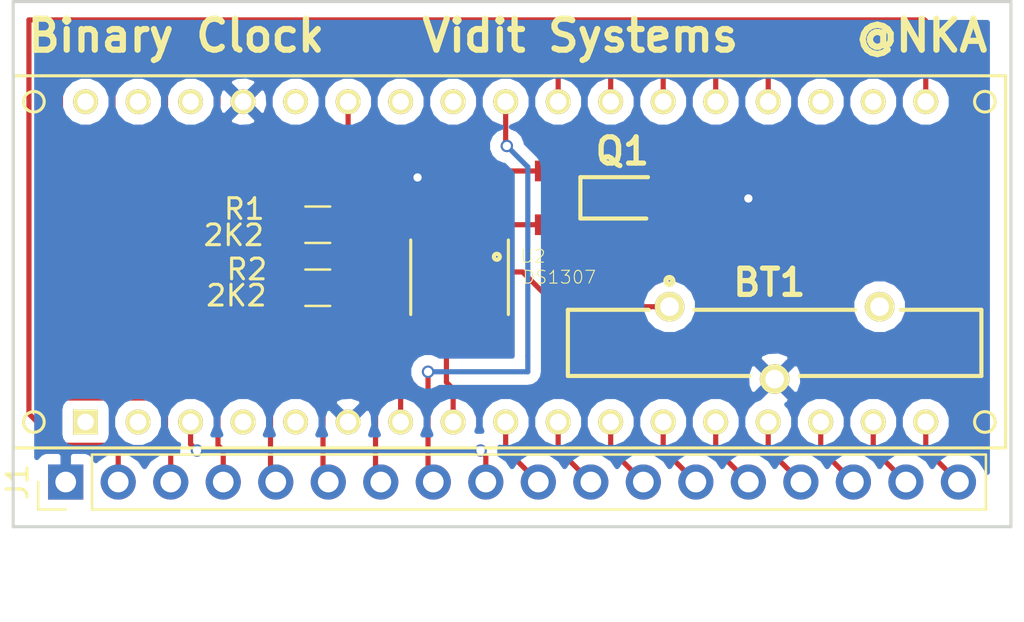
<source format=kicad_pcb>
(kicad_pcb (version 4) (host pcbnew 4.0.7)

  (general
    (links 34)
    (no_connects 2)
    (area 139.443 81.839999 189.333 111.998858)
    (thickness 1.6)
    (drawings 7)
    (tracks 133)
    (zones 0)
    (modules 7)
    (nets 37)
  )

  (page A4)
  (layers
    (0 F.Cu signal)
    (31 B.Cu signal)
    (32 B.Adhes user hide)
    (33 F.Adhes user hide)
    (34 B.Paste user hide)
    (35 F.Paste user hide)
    (36 B.SilkS user hide)
    (37 F.SilkS user)
    (38 B.Mask user hide)
    (39 F.Mask user hide)
    (40 Dwgs.User user)
    (41 Cmts.User user)
    (42 Eco1.User user)
    (43 Eco2.User user)
    (44 Edge.Cuts user)
    (45 Margin user)
    (46 B.CrtYd user)
    (47 F.CrtYd user)
    (48 B.Fab user)
    (49 F.Fab user)
  )

  (setup
    (last_trace_width 0.25)
    (trace_clearance 0.2)
    (zone_clearance 0.508)
    (zone_45_only no)
    (trace_min 0.2)
    (segment_width 0.2)
    (edge_width 0.15)
    (via_size 0.6)
    (via_drill 0.4)
    (via_min_size 0.4)
    (via_min_drill 0.3)
    (uvia_size 0.3)
    (uvia_drill 0.1)
    (uvias_allowed no)
    (uvia_min_size 0.2)
    (uvia_min_drill 0.1)
    (pcb_text_width 0.3)
    (pcb_text_size 1.5 1.5)
    (mod_edge_width 0.15)
    (mod_text_size 1 1)
    (mod_text_width 0.15)
    (pad_size 1.7 1.7)
    (pad_drill 1)
    (pad_to_mask_clearance 0.2)
    (aux_axis_origin 0 0)
    (visible_elements 7FFFFFFF)
    (pcbplotparams
      (layerselection 0x00030_80000001)
      (usegerberextensions false)
      (excludeedgelayer true)
      (linewidth 0.100000)
      (plotframeref false)
      (viasonmask false)
      (mode 1)
      (useauxorigin false)
      (hpglpennumber 1)
      (hpglpenspeed 20)
      (hpglpendiameter 15)
      (hpglpenoverlay 2)
      (psnegative false)
      (psa4output false)
      (plotreference true)
      (plotvalue true)
      (plotinvisibletext false)
      (padsonsilk false)
      (subtractmaskfromsilk false)
      (outputformat 1)
      (mirror false)
      (drillshape 1)
      (scaleselection 1)
      (outputdirectory ""))
  )

  (net 0 "")
  (net 1 "Net-(Q1-Pad2)")
  (net 2 "Net-(R1-Pad1)")
  (net 3 "Net-(R1-Pad2)")
  (net 4 "Net-(R2-Pad2)")
  (net 5 "Net-(U1-PadSCK)")
  (net 6 "Net-(U1-PadMI)")
  (net 7 "Net-(U1-PadVI)")
  (net 8 "Net-(U1-PadRST)")
  (net 9 "Net-(U1-PadAREF)")
  (net 10 "Net-(U1-Pad3.3V)")
  (net 11 "Net-(U1-PadMO)")
  (net 12 "Net-(U1-PadSS)")
  (net 13 "Net-(U1-PadRX)")
  (net 14 "Net-(U2-Pad7)")
  (net 15 "Net-(Q1-Pad3)")
  (net 16 "Net-(BT1-Pad1)")
  (net 17 "Net-(BT1-Pad3)")
  (net 18 GND)
  (net 19 "Net-(J1-Pad7)")
  (net 20 "Net-(J1-Pad8)")
  (net 21 "Net-(J1-Pad9)")
  (net 22 "Net-(J1-Pad10)")
  (net 23 "Net-(J1-Pad11)")
  (net 24 "Net-(J1-Pad12)")
  (net 25 "Net-(J1-Pad13)")
  (net 26 "Net-(J1-Pad14)")
  (net 27 "Net-(J1-Pad15)")
  (net 28 "Net-(J1-Pad16)")
  (net 29 "Net-(J1-Pad17)")
  (net 30 /NC2)
  (net 31 "Net-(J1-Pad6)")
  (net 32 "Net-(J1-Pad5)")
  (net 33 "Net-(J1-Pad4)")
  (net 34 "Net-(J1-Pad3)")
  (net 35 "Net-(J1-Pad2)")
  (net 36 "Net-(J1-Pad18)")

  (net_class Default "Dies ist die voreingestellte Netzklasse."
    (clearance 0.2)
    (trace_width 0.25)
    (via_dia 0.6)
    (via_drill 0.4)
    (uvia_dia 0.3)
    (uvia_drill 0.1)
    (add_net /NC2)
    (add_net GND)
    (add_net "Net-(BT1-Pad1)")
    (add_net "Net-(BT1-Pad3)")
    (add_net "Net-(J1-Pad10)")
    (add_net "Net-(J1-Pad11)")
    (add_net "Net-(J1-Pad12)")
    (add_net "Net-(J1-Pad13)")
    (add_net "Net-(J1-Pad14)")
    (add_net "Net-(J1-Pad15)")
    (add_net "Net-(J1-Pad16)")
    (add_net "Net-(J1-Pad17)")
    (add_net "Net-(J1-Pad18)")
    (add_net "Net-(J1-Pad2)")
    (add_net "Net-(J1-Pad3)")
    (add_net "Net-(J1-Pad4)")
    (add_net "Net-(J1-Pad5)")
    (add_net "Net-(J1-Pad6)")
    (add_net "Net-(J1-Pad7)")
    (add_net "Net-(J1-Pad8)")
    (add_net "Net-(J1-Pad9)")
    (add_net "Net-(Q1-Pad2)")
    (add_net "Net-(Q1-Pad3)")
    (add_net "Net-(R1-Pad1)")
    (add_net "Net-(R1-Pad2)")
    (add_net "Net-(R2-Pad2)")
    (add_net "Net-(U1-Pad3.3V)")
    (add_net "Net-(U1-PadAREF)")
    (add_net "Net-(U1-PadMI)")
    (add_net "Net-(U1-PadMO)")
    (add_net "Net-(U1-PadRST)")
    (add_net "Net-(U1-PadRX)")
    (add_net "Net-(U1-PadSCK)")
    (add_net "Net-(U1-PadSS)")
    (add_net "Net-(U1-PadVI)")
    (add_net "Net-(U2-Pad7)")
  )

  (module arduino_micro_shield:ARDUINO_MICRO_SHIELD locked (layer F.Cu) (tedit 5A8684B6) (tstamp 5A8570AB)
    (at 140.208 103.505)
    (tags "ARDUINO, MICRO")
    (path /5A7865FE)
    (fp_text reference "" (at 25.4 -6.985) (layer F.SilkS) hide
      (effects (font (size 1.2 1.2) (thickness 0.15)))
    )
    (fp_text value "" (at 26.67 -7.62) (layer F.SilkS) hide
      (effects (font (size 1.2 1.2) (thickness 0.15)))
    )
    (fp_circle (center 1 -1.254) (end 1.5 -1.254) (layer F.SilkS) (width 0.15))
    (fp_circle (center 1 -16.746) (end 1.5 -16.746) (layer F.SilkS) (width 0.15))
    (fp_circle (center 47 -1.254) (end 47.5 -1.254) (layer F.SilkS) (width 0.15))
    (fp_circle (center 47 -16.746) (end 47.5 -16.746) (layer F.SilkS) (width 0.15))
    (fp_line (start 0 -18) (end 48 -18) (layer F.SilkS) (width 0.15))
    (fp_line (start 48 -18) (end 48 0) (layer F.SilkS) (width 0.15))
    (fp_line (start 48 0) (end 0 0) (layer F.SilkS) (width 0.15))
    (fp_line (start 0 0) (end 0 -18) (layer F.SilkS) (width 0.15))
    (pad SCK thru_hole circle (at 3.5 -16.746) (size 1.2 1.2) (drill 0.8) (layers *.Cu *.Mask F.SilkS)
      (net 5 "Net-(U1-PadSCK)"))
    (pad MI thru_hole circle (at 6.04 -16.746) (size 1.2 1.2) (drill 0.8) (layers *.Cu *.Mask F.SilkS)
      (net 6 "Net-(U1-PadMI)"))
    (pad VI thru_hole circle (at 8.58 -16.746) (size 1.2 1.2) (drill 0.8) (layers *.Cu *.Mask F.SilkS)
      (net 7 "Net-(U1-PadVI)"))
    (pad GND thru_hole circle (at 11.12 -16.746) (size 1.2 1.2) (drill 0.8) (layers *.Cu *.Mask F.SilkS)
      (net 18 GND))
    (pad RST thru_hole circle (at 13.66 -16.746) (size 1.2 1.2) (drill 0.8) (layers *.Cu *.Mask F.SilkS)
      (net 8 "Net-(U1-PadRST)"))
    (pad 5V thru_hole circle (at 16.2 -16.746) (size 1.2 1.2) (drill 0.8) (layers *.Cu *.Mask F.SilkS)
      (net 2 "Net-(R1-Pad1)"))
    (pad NC thru_hole circle (at 18.74 -16.746) (size 1.2 1.2) (drill 0.8) (layers *.Cu *.Mask F.SilkS)
      (net 30 /NC2))
    (pad NC thru_hole circle (at 21.28 -16.746) (size 1.2 1.2) (drill 0.8) (layers *.Cu *.Mask F.SilkS)
      (net 30 /NC2))
    (pad A5 thru_hole circle (at 23.82 -16.746) (size 1.2 1.2) (drill 0.8) (layers *.Cu *.Mask F.SilkS)
      (net 20 "Net-(J1-Pad8)"))
    (pad A4 thru_hole circle (at 26.36 -16.746) (size 1.2 1.2) (drill 0.8) (layers *.Cu *.Mask F.SilkS)
      (net 19 "Net-(J1-Pad7)"))
    (pad A3 thru_hole circle (at 28.9 -16.746) (size 1.2 1.2) (drill 0.8) (layers *.Cu *.Mask F.SilkS)
      (net 31 "Net-(J1-Pad6)"))
    (pad A2 thru_hole circle (at 31.44 -16.746) (size 1.2 1.2) (drill 0.8) (layers *.Cu *.Mask F.SilkS)
      (net 32 "Net-(J1-Pad5)"))
    (pad A1 thru_hole circle (at 33.98 -16.746) (size 1.2 1.2) (drill 0.8) (layers *.Cu *.Mask F.SilkS)
      (net 33 "Net-(J1-Pad4)"))
    (pad A0 thru_hole circle (at 36.52 -16.746) (size 1.2 1.2) (drill 0.8) (layers *.Cu *.Mask F.SilkS)
      (net 34 "Net-(J1-Pad3)"))
    (pad AREF thru_hole circle (at 39.06 -16.746) (size 1.2 1.2) (drill 0.8) (layers *.Cu *.Mask F.SilkS)
      (net 9 "Net-(U1-PadAREF)"))
    (pad 3.3V thru_hole circle (at 41.6 -16.746) (size 1.2 1.2) (drill 0.8) (layers *.Cu *.Mask F.SilkS)
      (net 10 "Net-(U1-Pad3.3V)"))
    (pad 13 thru_hole circle (at 44.14 -16.746) (size 1.2 1.2) (drill 0.8) (layers *.Cu *.Mask F.SilkS)
      (net 35 "Net-(J1-Pad2)"))
    (pad MO thru_hole rect (at 3.5 -1.254) (size 1.2 1.2) (drill 0.8) (layers *.Cu *.Mask F.SilkS)
      (net 11 "Net-(U1-PadMO)"))
    (pad SS thru_hole circle (at 6.04 -1.254) (size 1.2 1.2) (drill 0.8) (layers *.Cu *.Mask F.SilkS)
      (net 12 "Net-(U1-PadSS)"))
    (pad TX thru_hole circle (at 8.58 -1.254) (size 1.2 1.2) (drill 0.8) (layers *.Cu *.Mask F.SilkS)
      (net 21 "Net-(J1-Pad9)"))
    (pad RX thru_hole circle (at 11.12 -1.254) (size 1.2 1.2) (drill 0.8) (layers *.Cu *.Mask F.SilkS)
      (net 13 "Net-(U1-PadRX)"))
    (pad RST thru_hole circle (at 13.66 -1.254) (size 1.2 1.2) (drill 0.8) (layers *.Cu *.Mask F.SilkS)
      (net 8 "Net-(U1-PadRST)"))
    (pad GND thru_hole circle (at 16.2 -1.254) (size 1.2 1.2) (drill 0.8) (layers *.Cu *.Mask F.SilkS)
      (net 18 GND))
    (pad 2 thru_hole circle (at 18.74 -1.254) (size 1.2 1.2) (drill 0.8) (layers *.Cu *.Mask F.SilkS)
      (net 4 "Net-(R2-Pad2)"))
    (pad 3 thru_hole circle (at 21.28 -1.254) (size 1.2 1.2) (drill 0.8) (layers *.Cu *.Mask F.SilkS)
      (net 3 "Net-(R1-Pad2)"))
    (pad 4 thru_hole circle (at 23.82 -1.254) (size 1.2 1.2) (drill 0.8) (layers *.Cu *.Mask F.SilkS)
      (net 22 "Net-(J1-Pad10)"))
    (pad 5 thru_hole circle (at 26.36 -1.254) (size 1.2 1.2) (drill 0.8) (layers *.Cu *.Mask F.SilkS)
      (net 23 "Net-(J1-Pad11)"))
    (pad 6 thru_hole circle (at 28.9 -1.254) (size 1.2 1.2) (drill 0.8) (layers *.Cu *.Mask F.SilkS)
      (net 24 "Net-(J1-Pad12)"))
    (pad 7 thru_hole circle (at 31.44 -1.254) (size 1.2 1.2) (drill 0.8) (layers *.Cu *.Mask F.SilkS)
      (net 25 "Net-(J1-Pad13)"))
    (pad 8 thru_hole circle (at 33.98 -1.254) (size 1.2 1.2) (drill 0.8) (layers *.Cu *.Mask F.SilkS)
      (net 26 "Net-(J1-Pad14)"))
    (pad 9 thru_hole circle (at 36.52 -1.254) (size 1.2 1.2) (drill 0.8) (layers *.Cu *.Mask F.SilkS)
      (net 27 "Net-(J1-Pad15)"))
    (pad 10 thru_hole circle (at 39.06 -1.254) (size 1.2 1.2) (drill 0.8) (layers *.Cu *.Mask F.SilkS)
      (net 28 "Net-(J1-Pad16)"))
    (pad 11 thru_hole circle (at 41.6 -1.254) (size 1.2 1.2) (drill 0.8) (layers *.Cu *.Mask F.SilkS)
      (net 29 "Net-(J1-Pad17)"))
    (pad 12 thru_hole circle (at 44.14 -1.254) (size 1.2 1.2) (drill 0.8) (layers *.Cu *.Mask F.SilkS)
      (net 36 "Net-(J1-Pad18)"))
  )

  (module CR2032MFR_RV2:CR2032MFR-RV (layer F.Cu) (tedit 5A868487) (tstamp 5A857072)
    (at 177.038 98.425)
    (descr CR2032MFR-RV)
    (tags Battery)
    (path /5A8569A1)
    (fp_text reference BT1 (at -0.254 -2.921) (layer F.SilkS)
      (effects (font (size 1.27 1.27) (thickness 0.254)))
    )
    (fp_text value "" (at -0.316 -0.012) (layer F.SilkS) hide
      (effects (font (size 1.27 1.27) (thickness 0.254)))
    )
    (fp_line (start -10 -1.6) (end 10 -1.6) (layer Dwgs.User) (width 0.2))
    (fp_line (start 10 -1.6) (end 10 1.6) (layer Dwgs.User) (width 0.2))
    (fp_line (start 10 1.6) (end -10 1.6) (layer Dwgs.User) (width 0.2))
    (fp_line (start -10 1.6) (end -10 -1.6) (layer Dwgs.User) (width 0.2))
    (fp_line (start -10 -1.6) (end -10 1.6) (layer F.SilkS) (width 0.2))
    (fp_line (start -10 1.6) (end -1.235 1.6) (layer F.SilkS) (width 0.2))
    (fp_line (start 10 -1.6) (end 10 1.6) (layer F.SilkS) (width 0.2))
    (fp_line (start 10 1.6) (end 1.235 1.6) (layer F.SilkS) (width 0.2))
    (fp_line (start -3.88 -1.6) (end 3.88 -1.6) (layer F.SilkS) (width 0.2))
    (fp_line (start -10 -1.6) (end -6.1 -1.6) (layer F.SilkS) (width 0.2))
    (fp_line (start 10 -1.6) (end 6.1 -1.6) (layer F.SilkS) (width 0.2))
    (fp_circle (center -5.09 -2.994) (end -5.131 -2.994) (layer F.SilkS) (width 0.254))
    (pad 1 thru_hole circle (at -5.08 -1.75 90) (size 1.43 1.43) (drill 0.9) (layers *.Cu *.Mask F.SilkS)
      (net 16 "Net-(BT1-Pad1)"))
    (pad 2 thru_hole circle (at 0 1.75 90) (size 1.43 1.43) (drill 0.9) (layers *.Cu *.Mask F.SilkS)
      (net 18 GND))
    (pad 3 thru_hole circle (at 5.08 -1.75 90) (size 1.43 1.43) (drill 0.9) (layers *.Cu *.Mask F.SilkS)
      (net 17 "Net-(BT1-Pad3)"))
  )

  (module MS1V-T1K_32.768kHz_7pF_+-20ppm:MS1V-T1K32 (layer F.Cu) (tedit 5A868498) (tstamp 5A857079)
    (at 166.243 92.71 180)
    (descr MS1V-T1K32)
    (tags "Crystal or Oscillator")
    (path /5A843DE4)
    (attr smd)
    (fp_text reference Q1 (at -3.429 3.556 180) (layer F.SilkS)
      (effects (font (size 1.27 1.27) (thickness 0.254)))
    )
    (fp_text value "" (at -4.21233 1.30967 180) (layer F.SilkS) hide
      (effects (font (size 1.27 1.27) (thickness 0.254)))
    )
    (fp_line (start -7.5 0.3) (end -1.4 0.3) (layer Dwgs.User) (width 0.2))
    (fp_line (start -1.4 0.3) (end -1.4 2.3) (layer Dwgs.User) (width 0.2))
    (fp_line (start -1.4 2.3) (end -7.5 2.3) (layer Dwgs.User) (width 0.2))
    (fp_line (start -7.5 2.3) (end -7.5 0.3) (layer Dwgs.User) (width 0.2))
    (fp_line (start -1.4 0.3) (end -1.4 2.3) (layer F.SilkS) (width 0.2))
    (fp_line (start -1.4 2.3) (end -4.66333 2.3) (layer F.SilkS) (width 0.2))
    (fp_line (start -4.66333 2.3) (end -4.66333 2.29933) (layer F.SilkS) (width 0.2))
    (fp_line (start -1.4 0.3) (end -4.58833 0.3) (layer F.SilkS) (width 0.2))
    (pad 1 smd rect (at -6.25 1.3 180) (size 2.5 3) (layers F.Cu F.Paste F.Mask)
      (net 18 GND))
    (pad 2 smd rect (at 0 0 270) (size 1 1.6) (layers F.Cu F.Paste F.Mask)
      (net 1 "Net-(Q1-Pad2)"))
    (pad 3 smd rect (at 0 2.6 270) (size 1 1.6) (layers F.Cu F.Paste F.Mask)
      (net 15 "Net-(Q1-Pad3)"))
  )

  (module Resistors_SMD:R_0805_HandSoldering (layer F.Cu) (tedit 5A868BE5) (tstamp 5A85707F)
    (at 154.94 92.71)
    (descr "Resistor SMD 0805, hand soldering")
    (tags "resistor 0805")
    (path /5A8443D9)
    (attr smd)
    (fp_text reference R1 (at -3.556 -0.762) (layer F.SilkS)
      (effects (font (size 1 1) (thickness 0.15)))
    )
    (fp_text value 2K2 (at -4.064 0.508) (layer F.SilkS)
      (effects (font (size 1 1) (thickness 0.15)))
    )
    (fp_text user %R (at 0 0) (layer F.Fab)
      (effects (font (size 0.5 0.5) (thickness 0.075)))
    )
    (fp_line (start -1 0.62) (end -1 -0.62) (layer F.Fab) (width 0.1))
    (fp_line (start 1 0.62) (end -1 0.62) (layer F.Fab) (width 0.1))
    (fp_line (start 1 -0.62) (end 1 0.62) (layer F.Fab) (width 0.1))
    (fp_line (start -1 -0.62) (end 1 -0.62) (layer F.Fab) (width 0.1))
    (fp_line (start 0.6 0.88) (end -0.6 0.88) (layer F.SilkS) (width 0.12))
    (fp_line (start -0.6 -0.88) (end 0.6 -0.88) (layer F.SilkS) (width 0.12))
    (fp_line (start -2.35 -0.9) (end 2.35 -0.9) (layer F.CrtYd) (width 0.05))
    (fp_line (start -2.35 -0.9) (end -2.35 0.9) (layer F.CrtYd) (width 0.05))
    (fp_line (start 2.35 0.9) (end 2.35 -0.9) (layer F.CrtYd) (width 0.05))
    (fp_line (start 2.35 0.9) (end -2.35 0.9) (layer F.CrtYd) (width 0.05))
    (pad 1 smd rect (at -1.35 0) (size 1.5 1.3) (layers F.Cu F.Paste F.Mask)
      (net 2 "Net-(R1-Pad1)"))
    (pad 2 smd rect (at 1.35 0) (size 1.5 1.3) (layers F.Cu F.Paste F.Mask)
      (net 3 "Net-(R1-Pad2)"))
    (model ${KISYS3DMOD}/Resistors_SMD.3dshapes/R_0805.wrl
      (at (xyz 0 0 0))
      (scale (xyz 1 1 1))
      (rotate (xyz 0 0 0))
    )
  )

  (module Resistors_SMD:R_0805_HandSoldering (layer F.Cu) (tedit 5A868BFA) (tstamp 5A857085)
    (at 154.94 95.758)
    (descr "Resistor SMD 0805, hand soldering")
    (tags "resistor 0805")
    (path /5A844469)
    (attr smd)
    (fp_text reference R2 (at -3.429 -0.889) (layer F.SilkS)
      (effects (font (size 1 1) (thickness 0.15)))
    )
    (fp_text value 2K2 (at -3.937 0.381) (layer F.SilkS)
      (effects (font (size 1 1) (thickness 0.15)))
    )
    (fp_text user %R (at 0 0) (layer F.Fab)
      (effects (font (size 0.5 0.5) (thickness 0.075)))
    )
    (fp_line (start -1 0.62) (end -1 -0.62) (layer F.Fab) (width 0.1))
    (fp_line (start 1 0.62) (end -1 0.62) (layer F.Fab) (width 0.1))
    (fp_line (start 1 -0.62) (end 1 0.62) (layer F.Fab) (width 0.1))
    (fp_line (start -1 -0.62) (end 1 -0.62) (layer F.Fab) (width 0.1))
    (fp_line (start 0.6 0.88) (end -0.6 0.88) (layer F.SilkS) (width 0.12))
    (fp_line (start -0.6 -0.88) (end 0.6 -0.88) (layer F.SilkS) (width 0.12))
    (fp_line (start -2.35 -0.9) (end 2.35 -0.9) (layer F.CrtYd) (width 0.05))
    (fp_line (start -2.35 -0.9) (end -2.35 0.9) (layer F.CrtYd) (width 0.05))
    (fp_line (start 2.35 0.9) (end 2.35 -0.9) (layer F.CrtYd) (width 0.05))
    (fp_line (start 2.35 0.9) (end -2.35 0.9) (layer F.CrtYd) (width 0.05))
    (pad 1 smd rect (at -1.35 0) (size 1.5 1.3) (layers F.Cu F.Paste F.Mask)
      (net 2 "Net-(R1-Pad1)"))
    (pad 2 smd rect (at 1.35 0) (size 1.5 1.3) (layers F.Cu F.Paste F.Mask)
      (net 4 "Net-(R2-Pad2)"))
    (model ${KISYS3DMOD}/Resistors_SMD.3dshapes/R_0805.wrl
      (at (xyz 0 0 0))
      (scale (xyz 1 1 1))
      (rotate (xyz 0 0 0))
    )
  )

  (module DS1307:SO08 (layer F.Cu) (tedit 5A859F6D) (tstamp 5A8570B7)
    (at 161.798 95.25 180)
    (descr "<b>Small Outline Package</b> Fits JEDEC packages (narrow SOIC-8)")
    (path /5A786A83)
    (attr smd)
    (fp_text reference U2 (at -3.556 1.016 180) (layer F.SilkS)
      (effects (font (size 0.620593 0.620593) (thickness 0.05)))
    )
    (fp_text value DS1307 (at -4.826 0 180) (layer F.SilkS)
      (effects (font (size 0.620438 0.620438) (thickness 0.05)))
    )
    (fp_line (start -2.362 1.803) (end 2.362 1.803) (layer Dwgs.User) (width 0.1524))
    (fp_line (start 2.362 1.803) (end 2.362 -1.803) (layer F.SilkS) (width 0.1524))
    (fp_line (start 2.362 -1.803) (end -2.362 -1.803) (layer Dwgs.User) (width 0.1524))
    (fp_line (start -2.362 -1.803) (end -2.362 1.803) (layer F.SilkS) (width 0.1524))
    (fp_circle (center -1.8034 0.9906) (end -1.6598 0.9906) (layer F.SilkS) (width 0.2032))
    (fp_poly (pts (xy -2.08394 1.8542) (xy -1.7272 1.8542) (xy -1.7272 2.87177) (xy -2.08394 2.87177)) (layer Dwgs.User) (width 0.381))
    (fp_poly (pts (xy -0.81339 1.8542) (xy -0.4572 1.8542) (xy -0.4572 2.87228) (xy -0.81339 2.87228)) (layer Dwgs.User) (width 0.381))
    (fp_poly (pts (xy 0.457343 1.8542) (xy 0.8128 1.8542) (xy 0.8128 2.8711) (xy 0.457343 2.8711)) (layer Dwgs.User) (width 0.381))
    (fp_poly (pts (xy 1.72977 1.8542) (xy 2.0828 1.8542) (xy 2.0828 2.87448) (xy 1.72977 2.87448)) (layer Dwgs.User) (width 0.381))
    (fp_poly (pts (xy -2.08629 -2.8702) (xy -1.7272 -2.8702) (xy -1.7272 -1.8573) (xy -2.08629 -1.8573)) (layer Dwgs.User) (width 0.381))
    (fp_poly (pts (xy -0.81298 -2.8702) (xy -0.4572 -2.8702) (xy -0.4572 -1.85461) (xy -0.81298 -1.85461)) (layer Dwgs.User) (width 0.381))
    (fp_poly (pts (xy 0.457282 -2.8702) (xy 0.8128 -2.8702) (xy 0.8128 -1.85453) (xy 0.457282 -1.85453)) (layer Dwgs.User) (width 0.381))
    (fp_poly (pts (xy 1.72822 -2.8702) (xy 2.0828 -2.8702) (xy 2.0828 -1.8553) (xy 1.72822 -1.8553)) (layer Dwgs.User) (width 0.381))
    (pad 1 smd rect (at -1.905 2.6162 180) (size 0.6096 2.2098) (layers F.Cu F.Paste F.Mask)
      (net 1 "Net-(Q1-Pad2)"))
    (pad 2 smd rect (at -0.635 2.6162 180) (size 0.6096 2.2098) (layers F.Cu F.Paste F.Mask)
      (net 15 "Net-(Q1-Pad3)"))
    (pad 3 smd rect (at 0.635 2.6162 180) (size 0.6096 2.2098) (layers F.Cu F.Paste F.Mask)
      (net 16 "Net-(BT1-Pad1)"))
    (pad 4 smd rect (at 1.905 2.6162 180) (size 0.6096 2.2098) (layers F.Cu F.Paste F.Mask)
      (net 18 GND))
    (pad 5 smd rect (at 1.905 -2.6162 180) (size 0.6096 2.2098) (layers F.Cu F.Paste F.Mask)
      (net 4 "Net-(R2-Pad2)"))
    (pad 6 smd rect (at 0.635 -2.6162 180) (size 0.6096 2.2098) (layers F.Cu F.Paste F.Mask)
      (net 3 "Net-(R1-Pad2)"))
    (pad 7 smd rect (at -0.635 -2.6162 180) (size 0.6096 2.2098) (layers F.Cu F.Paste F.Mask)
      (net 14 "Net-(U2-Pad7)"))
    (pad 8 smd rect (at -1.905 -2.6162 180) (size 0.6096 2.2098) (layers F.Cu F.Paste F.Mask)
      (net 2 "Net-(R1-Pad1)"))
  )

  (module Pin_Headers:Pin_Header_Straight_1x18_Pitch2.54mm (layer F.Cu) (tedit 59650532) (tstamp 5A85A634)
    (at 142.748 105.156 90)
    (descr "Through hole straight pin header, 1x18, 2.54mm pitch, single row")
    (tags "Through hole pin header THT 1x18 2.54mm single row")
    (path /5A861DE7)
    (fp_text reference J1 (at 0 -2.33 90) (layer F.SilkS)
      (effects (font (size 1 1) (thickness 0.15)))
    )
    (fp_text value Conn_01x18_Male (at 0 45.51 90) (layer F.Fab)
      (effects (font (size 1 1) (thickness 0.15)))
    )
    (fp_line (start -0.635 -1.27) (end 1.27 -1.27) (layer F.Fab) (width 0.1))
    (fp_line (start 1.27 -1.27) (end 1.27 44.45) (layer F.Fab) (width 0.1))
    (fp_line (start 1.27 44.45) (end -1.27 44.45) (layer F.Fab) (width 0.1))
    (fp_line (start -1.27 44.45) (end -1.27 -0.635) (layer F.Fab) (width 0.1))
    (fp_line (start -1.27 -0.635) (end -0.635 -1.27) (layer F.Fab) (width 0.1))
    (fp_line (start -1.33 44.51) (end 1.33 44.51) (layer F.SilkS) (width 0.12))
    (fp_line (start -1.33 1.27) (end -1.33 44.51) (layer F.SilkS) (width 0.12))
    (fp_line (start 1.33 1.27) (end 1.33 44.51) (layer F.SilkS) (width 0.12))
    (fp_line (start -1.33 1.27) (end 1.33 1.27) (layer F.SilkS) (width 0.12))
    (fp_line (start -1.33 0) (end -1.33 -1.33) (layer F.SilkS) (width 0.12))
    (fp_line (start -1.33 -1.33) (end 0 -1.33) (layer F.SilkS) (width 0.12))
    (fp_line (start -1.8 -1.8) (end -1.8 44.95) (layer F.CrtYd) (width 0.05))
    (fp_line (start -1.8 44.95) (end 1.8 44.95) (layer F.CrtYd) (width 0.05))
    (fp_line (start 1.8 44.95) (end 1.8 -1.8) (layer F.CrtYd) (width 0.05))
    (fp_line (start 1.8 -1.8) (end -1.8 -1.8) (layer F.CrtYd) (width 0.05))
    (fp_text user %R (at 0 21.59 180) (layer F.Fab)
      (effects (font (size 1 1) (thickness 0.15)))
    )
    (pad 1 thru_hole rect (at 0 0 90) (size 1.7 1.7) (drill 1) (layers *.Cu *.Mask)
      (net 18 GND))
    (pad 2 thru_hole oval (at 0 2.54 90) (size 1.7 1.7) (drill 1) (layers *.Cu *.Mask)
      (net 35 "Net-(J1-Pad2)"))
    (pad 3 thru_hole oval (at 0 5.08 90) (size 1.7 1.7) (drill 1) (layers *.Cu *.Mask)
      (net 34 "Net-(J1-Pad3)"))
    (pad 4 thru_hole oval (at 0 7.62 90) (size 1.7 1.7) (drill 1) (layers *.Cu *.Mask)
      (net 33 "Net-(J1-Pad4)"))
    (pad 5 thru_hole oval (at 0 10.16 90) (size 1.7 1.7) (drill 1) (layers *.Cu *.Mask)
      (net 32 "Net-(J1-Pad5)"))
    (pad 6 thru_hole oval (at 0 12.7 90) (size 1.7 1.7) (drill 1) (layers *.Cu *.Mask)
      (net 31 "Net-(J1-Pad6)"))
    (pad 7 thru_hole oval (at 0 15.24 90) (size 1.7 1.7) (drill 1) (layers *.Cu *.Mask)
      (net 19 "Net-(J1-Pad7)"))
    (pad 8 thru_hole oval (at 0 17.78 90) (size 1.7 1.7) (drill 1) (layers *.Cu *.Mask)
      (net 20 "Net-(J1-Pad8)"))
    (pad 9 thru_hole oval (at 0 20.32 90) (size 1.7 1.7) (drill 1) (layers *.Cu *.Mask)
      (net 21 "Net-(J1-Pad9)"))
    (pad 10 thru_hole oval (at 0 22.86 90) (size 1.7 1.7) (drill 1) (layers *.Cu *.Mask)
      (net 22 "Net-(J1-Pad10)"))
    (pad 11 thru_hole oval (at 0 25.4 90) (size 1.7 1.7) (drill 1) (layers *.Cu *.Mask)
      (net 23 "Net-(J1-Pad11)"))
    (pad 12 thru_hole oval (at 0 27.94 90) (size 1.7 1.7) (drill 1) (layers *.Cu *.Mask)
      (net 24 "Net-(J1-Pad12)"))
    (pad 13 thru_hole oval (at 0 30.48 90) (size 1.7 1.7) (drill 1) (layers *.Cu *.Mask)
      (net 25 "Net-(J1-Pad13)"))
    (pad 14 thru_hole oval (at 0 33.02 90) (size 1.7 1.7) (drill 1) (layers *.Cu *.Mask)
      (net 26 "Net-(J1-Pad14)"))
    (pad 15 thru_hole oval (at 0 35.56 90) (size 1.7 1.7) (drill 1) (layers *.Cu *.Mask)
      (net 27 "Net-(J1-Pad15)"))
    (pad 16 thru_hole oval (at 0 38.1 90) (size 1.7 1.7) (drill 1) (layers *.Cu *.Mask)
      (net 28 "Net-(J1-Pad16)"))
    (pad 17 thru_hole oval (at 0 40.64 90) (size 1.7 1.7) (drill 1) (layers *.Cu *.Mask)
      (net 29 "Net-(J1-Pad17)"))
    (pad 18 thru_hole oval (at 0 43.18 90) (size 1.7 1.7) (drill 1) (layers *.Cu *.Mask)
      (net 36 "Net-(J1-Pad18)"))
    (model ${KISYS3DMOD}/Pin_Headers.3dshapes/Pin_Header_Straight_1x18_Pitch2.54mm.wrl
      (at (xyz 0 0 0))
      (scale (xyz 1 1 1))
      (rotate (xyz 0 0 0))
    )
  )

  (gr_text "Vidit Systems\n" (at 167.64 83.566) (layer F.SilkS)
    (effects (font (size 1.5 1.5) (thickness 0.3)))
  )
  (gr_text "@NKA\n" (at 184.15 83.566) (layer F.SilkS)
    (effects (font (size 1.5 1.5) (thickness 0.3)))
  )
  (gr_text "Binary Clock\n" (at 148.082 83.566) (layer F.SilkS)
    (effects (font (size 1.5 1.5) (thickness 0.3)))
  )
  (gr_line (start 140.208 107.315) (end 188.468 107.315) (angle 90) (layer Edge.Cuts) (width 0.15))
  (gr_line (start 188.468 81.915) (end 140.208 81.915) (angle 90) (layer Edge.Cuts) (width 0.15))
  (gr_line (start 188.468 107.315) (end 188.468 81.915) (angle 90) (layer Edge.Cuts) (width 0.15))
  (gr_line (start 140.208 81.915) (end 140.208 107.315) (angle 90) (layer Edge.Cuts) (width 0.15))

  (segment (start 166.243 92.71) (end 163.7792 92.71) (width 0.25) (layer F.Cu) (net 1))
  (segment (start 163.7792 92.71) (end 163.703 92.6338) (width 0.25) (layer F.Cu) (net 1) (tstamp 5A858DCF))
  (segment (start 153.59 95.758) (end 153.59 92.71) (width 0.25) (layer F.Cu) (net 2))
  (segment (start 156.083 90.805) (end 153.797 90.805) (width 0.25) (layer F.Cu) (net 2))
  (segment (start 153.59 91.012) (end 153.59 92.71) (width 0.25) (layer F.Cu) (net 2) (tstamp 5A859FC3))
  (segment (start 153.797 90.805) (end 153.59 91.012) (width 0.25) (layer F.Cu) (net 2) (tstamp 5A859FC2))
  (segment (start 157.988 93.98) (end 157.988 94.488) (width 0.25) (layer F.Cu) (net 2))
  (segment (start 163.703 96.393) (end 163.703 97.8662) (width 0.25) (layer F.Cu) (net 2) (tstamp 5A858EE7))
  (segment (start 163.068 95.758) (end 163.703 96.393) (width 0.25) (layer F.Cu) (net 2) (tstamp 5A858EE1))
  (segment (start 159.258 95.758) (end 163.068 95.758) (width 0.25) (layer F.Cu) (net 2) (tstamp 5A858EE0))
  (segment (start 157.988 94.488) (end 159.258 95.758) (width 0.25) (layer F.Cu) (net 2) (tstamp 5A858EDB))
  (segment (start 156.408 86.759) (end 156.408 90.805) (width 0.25) (layer F.Cu) (net 2))
  (segment (start 156.408 90.805) (end 156.083 90.805) (width 0.25) (layer F.Cu) (net 2) (tstamp 5A858E2A))
  (segment (start 156.718 90.805) (end 156.083 90.805) (width 0.25) (layer F.Cu) (net 2) (tstamp 5A858E1E))
  (segment (start 157.988 92.075) (end 156.718 90.805) (width 0.25) (layer F.Cu) (net 2) (tstamp 5A858E1D))
  (segment (start 157.988 93.98) (end 157.988 92.075) (width 0.25) (layer F.Cu) (net 2) (tstamp 5A858E1C))
  (segment (start 153.463 95.885) (end 153.632 95.885) (width 0.25) (layer F.Cu) (net 2) (status 30))
  (segment (start 156.29 92.71) (end 156.29 93.552) (width 0.25) (layer F.Cu) (net 3))
  (segment (start 161.163 96.393) (end 161.163 97.8662) (width 0.25) (layer F.Cu) (net 3) (tstamp 5A859FBD))
  (segment (start 161.036 96.266) (end 161.163 96.393) (width 0.25) (layer F.Cu) (net 3) (tstamp 5A859FBC))
  (segment (start 159.004 96.266) (end 161.036 96.266) (width 0.25) (layer F.Cu) (net 3) (tstamp 5A859FBB))
  (segment (start 156.29 93.552) (end 159.004 96.266) (width 0.25) (layer F.Cu) (net 3) (tstamp 5A859FBA))
  (segment (start 161.036 97.7392) (end 161.163 97.8662) (width 0.25) (layer F.Cu) (net 3) (tstamp 5A858EF4))
  (segment (start 161.163 97.8662) (end 161.163 100.33) (width 0.25) (layer F.Cu) (net 3))
  (segment (start 161.488 100.655) (end 161.163 100.33) (width 0.25) (layer F.Cu) (net 3) (tstamp 5A858D51))
  (segment (start 161.488 100.655) (end 161.488 102.251) (width 0.25) (layer F.Cu) (net 3))
  (segment (start 158.948 102.251) (end 158.948 98.8112) (width 0.25) (layer F.Cu) (net 4))
  (segment (start 158.948 98.8112) (end 159.893 97.8662) (width 0.25) (layer F.Cu) (net 4) (tstamp 5A858F08))
  (segment (start 159.893 97.8662) (end 158.1442 97.8662) (width 0.25) (layer F.Cu) (net 4))
  (segment (start 158.1442 97.8662) (end 156.163 95.885) (width 0.25) (layer F.Cu) (net 4) (tstamp 5A858EC7))
  (segment (start 159.893 97.8662) (end 159.639 97.049929) (width 0.25) (layer F.Cu) (net 4))
  (segment (start 162.433 92.6338) (end 162.433 90.805) (width 0.25) (layer F.Cu) (net 15))
  (segment (start 163.128 90.11) (end 162.433 90.805) (width 0.25) (layer F.Cu) (net 15) (tstamp 5A858DD3))
  (segment (start 163.128 90.11) (end 166.243 90.11) (width 0.25) (layer F.Cu) (net 15))
  (segment (start 171.958 96.675) (end 166.525 96.675) (width 0.25) (layer F.Cu) (net 16))
  (segment (start 161.163 94.869) (end 161.163 92.6338) (width 0.25) (layer F.Cu) (net 16) (tstamp 5A858EFF))
  (segment (start 161.29 94.996) (end 161.163 94.869) (width 0.25) (layer F.Cu) (net 16) (tstamp 5A858EFE))
  (segment (start 164.846 94.996) (end 161.29 94.996) (width 0.25) (layer F.Cu) (net 16) (tstamp 5A858EFD))
  (segment (start 166.525 96.675) (end 164.846 94.996) (width 0.25) (layer F.Cu) (net 16) (tstamp 5A858EF9))
  (segment (start 172.493 91.41) (end 175.738 91.41) (width 0.25) (layer F.Cu) (net 18))
  (segment (start 175.738 91.41) (end 175.768 91.44) (width 0.25) (layer F.Cu) (net 18) (tstamp 5A8590BC))
  (via (at 175.768 91.44) (size 0.6) (drill 0.4) (layers F.Cu B.Cu) (net 18))
  (segment (start 159.893 92.6338) (end 159.893 90.551) (width 0.25) (layer F.Cu) (net 18))
  (segment (start 159.893 90.551) (end 159.766 90.424) (width 0.25) (layer F.Cu) (net 18) (tstamp 5A85909F))
  (via (at 159.766 90.424) (size 0.6) (drill 0.4) (layers F.Cu B.Cu) (net 18))
  (segment (start 171.323 92.58) (end 172.493 91.41) (width 0.25) (layer F.Cu) (net 18) (tstamp 5A857F80) (status 30))
  (segment (start 151.328 86.759) (end 151.402 86.759) (width 0.25) (layer B.Cu) (net 18))
  (segment (start 157.734 104.902) (end 157.734 99.06) (width 0.25) (layer F.Cu) (net 19))
  (segment (start 157.48 98.806) (end 157.734 99.06) (width 0.25) (layer F.Cu) (net 19) (tstamp 5A8683D1))
  (segment (start 150.114 85.344) (end 150.114 98.552) (width 0.25) (layer F.Cu) (net 19))
  (segment (start 166.568 85.4) (end 166.512 85.344) (width 0.25) (layer F.Cu) (net 19) (tstamp 5A8683C0))
  (segment (start 166.512 85.344) (end 150.114 85.344) (width 0.25) (layer F.Cu) (net 19) (tstamp 5A8683C2))
  (segment (start 166.568 85.4) (end 166.568 86.759) (width 0.25) (layer F.Cu) (net 19))
  (segment (start 150.114 98.552) (end 150.368 98.806) (width 0.25) (layer F.Cu) (net 19) (tstamp 5A8683C9))
  (segment (start 150.368 98.806) (end 157.48 98.806) (width 0.25) (layer F.Cu) (net 19))
  (segment (start 157.734 104.902) (end 157.988 105.156) (width 0.25) (layer F.Cu) (net 19) (tstamp 5A8683D8))
  (segment (start 160.274 104.902) (end 160.274 102.108) (width 0.25) (layer F.Cu) (net 20))
  (via (at 160.274 99.822) (size 0.6) (drill 0.4) (layers F.Cu B.Cu) (net 20))
  (segment (start 160.274 99.822) (end 160.274 102.108) (width 0.25) (layer F.Cu) (net 20) (tstamp 5A86842B))
  (segment (start 165.1 99.822) (end 165.1 99.06) (width 0.25) (layer B.Cu) (net 20))
  (segment (start 164.028 88.844) (end 164.084 88.9) (width 0.25) (layer F.Cu) (net 20) (tstamp 5A8683EC))
  (via (at 164.084 88.9) (size 0.6) (drill 0.4) (layers F.Cu B.Cu) (net 20))
  (segment (start 164.084 88.9) (end 165.1 89.916) (width 0.25) (layer B.Cu) (net 20) (tstamp 5A8683F0))
  (segment (start 165.1 89.916) (end 165.1 99.06) (width 0.25) (layer B.Cu) (net 20) (tstamp 5A8683F1))
  (segment (start 164.028 88.844) (end 164.028 86.759) (width 0.25) (layer F.Cu) (net 20))
  (segment (start 165.1 99.822) (end 160.274 99.822) (width 0.25) (layer B.Cu) (net 20))
  (segment (start 160.274 104.902) (end 160.528 105.156) (width 0.25) (layer F.Cu) (net 20) (tstamp 5A86842F))
  (segment (start 148.788 102.251) (end 148.788 103.322) (width 0.25) (layer F.Cu) (net 21))
  (segment (start 163.068 103.886) (end 163.068 105.156) (width 0.25) (layer F.Cu) (net 21) (tstamp 5A868441))
  (segment (start 162.814 103.632) (end 163.068 103.886) (width 0.25) (layer F.Cu) (net 21) (tstamp 5A868440))
  (via (at 162.814 103.632) (size 0.6) (drill 0.4) (layers F.Cu B.Cu) (net 21))
  (segment (start 149.098 103.632) (end 162.814 103.632) (width 0.25) (layer B.Cu) (net 21) (tstamp 5A86843C))
  (via (at 149.098 103.632) (size 0.6) (drill 0.4) (layers F.Cu B.Cu) (net 21))
  (segment (start 148.788 103.322) (end 149.098 103.632) (width 0.25) (layer F.Cu) (net 21) (tstamp 5A868438))
  (segment (start 164.028 102.251) (end 164.028 103.576) (width 0.25) (layer F.Cu) (net 22))
  (segment (start 164.028 103.576) (end 165.608 105.156) (width 0.25) (layer F.Cu) (net 22) (tstamp 5A868293))
  (segment (start 166.568 103.576) (end 168.148 105.156) (width 0.25) (layer F.Cu) (net 23) (tstamp 5A85A686))
  (segment (start 166.568 102.251) (end 166.568 103.576) (width 0.25) (layer F.Cu) (net 23))
  (segment (start 169.108 102.251) (end 169.108 103.576) (width 0.25) (layer F.Cu) (net 24))
  (segment (start 169.108 103.576) (end 170.688 105.156) (width 0.25) (layer F.Cu) (net 24) (tstamp 5A85A682))
  (segment (start 171.648 102.251) (end 171.648 103.576) (width 0.25) (layer F.Cu) (net 25))
  (segment (start 171.648 103.576) (end 173.228 105.156) (width 0.25) (layer F.Cu) (net 25) (tstamp 5A85A67E))
  (segment (start 174.188 102.251) (end 174.188 103.576) (width 0.25) (layer F.Cu) (net 26))
  (segment (start 174.188 103.576) (end 175.768 105.156) (width 0.25) (layer F.Cu) (net 26) (tstamp 5A85A67A))
  (segment (start 176.728 102.251) (end 176.728 103.576) (width 0.25) (layer F.Cu) (net 27))
  (segment (start 176.728 103.576) (end 178.308 105.156) (width 0.25) (layer F.Cu) (net 27) (tstamp 5A85A676))
  (segment (start 179.268 102.251) (end 179.268 103.576) (width 0.25) (layer F.Cu) (net 28))
  (segment (start 179.268 103.576) (end 180.848 105.156) (width 0.25) (layer F.Cu) (net 28) (tstamp 5A85A672))
  (segment (start 181.808 102.251) (end 181.808 103.576) (width 0.25) (layer F.Cu) (net 29))
  (segment (start 181.808 103.576) (end 183.388 105.156) (width 0.25) (layer F.Cu) (net 29) (tstamp 5A85A66E))
  (segment (start 155.194 104.902) (end 155.194 99.314) (width 0.25) (layer F.Cu) (net 31))
  (segment (start 147.574 99.06) (end 147.828 99.314) (width 0.25) (layer F.Cu) (net 31) (tstamp 5A86837A))
  (segment (start 147.828 99.314) (end 155.194 99.314) (width 0.25) (layer F.Cu) (net 31) (tstamp 5A86837D))
  (segment (start 169.108 85.034) (end 169.108 86.759) (width 0.25) (layer F.Cu) (net 31))
  (segment (start 168.852002 84.778002) (end 147.574 84.778002) (width 0.25) (layer F.Cu) (net 31) (tstamp 5A86836E))
  (segment (start 169.108 85.034) (end 168.852002 84.778002) (width 0.25) (layer F.Cu) (net 31) (tstamp 5A86836C))
  (segment (start 147.574 84.778002) (end 147.574 99.06) (width 0.25) (layer F.Cu) (net 31))
  (segment (start 155.194 104.902) (end 155.448 105.156) (width 0.25) (layer F.Cu) (net 31) (tstamp 5A868381))
  (segment (start 155.194 104.902) (end 155.448 105.156) (width 0.25) (layer F.Cu) (net 31) (tstamp 5A868342))
  (segment (start 152.654 104.902) (end 152.654 99.822) (width 0.25) (layer F.Cu) (net 32))
  (segment (start 145.034 99.822) (end 145.034 84.328) (width 0.25) (layer F.Cu) (net 32))
  (segment (start 171.648 84.526) (end 171.45 84.328) (width 0.25) (layer F.Cu) (net 32) (tstamp 5A86830B))
  (segment (start 171.45 84.328) (end 145.034 84.328) (width 0.25) (layer F.Cu) (net 32) (tstamp 5A86830F))
  (segment (start 171.648 84.526) (end 171.648 86.759) (width 0.25) (layer F.Cu) (net 32))
  (segment (start 152.654 99.822) (end 145.034 99.822) (width 0.25) (layer F.Cu) (net 32))
  (segment (start 152.654 104.902) (end 152.908 105.156) (width 0.25) (layer F.Cu) (net 32) (tstamp 5A868324))
  (segment (start 142.748 100.33) (end 150.114 100.33) (width 0.25) (layer F.Cu) (net 33))
  (segment (start 142.494 100.076) (end 142.748 100.33) (width 0.25) (layer F.Cu) (net 33) (tstamp 5A8682E7))
  (segment (start 174.188 86.759) (end 174.188 83.960002) (width 0.25) (layer F.Cu) (net 33))
  (segment (start 174.047998 83.82) (end 142.494 83.82) (width 0.25) (layer F.Cu) (net 33) (tstamp 5A8682E0))
  (segment (start 174.188 83.960002) (end 174.047998 83.82) (width 0.25) (layer F.Cu) (net 33) (tstamp 5A8682DB))
  (segment (start 142.494 83.82) (end 142.494 100.076) (width 0.25) (layer F.Cu) (net 33))
  (segment (start 150.368 103.632) (end 150.368 105.156) (width 0.25) (layer F.Cu) (net 33) (tstamp 5A8682F4))
  (segment (start 150.114 103.378) (end 150.368 103.632) (width 0.25) (layer F.Cu) (net 33) (tstamp 5A8682F2))
  (segment (start 150.114 100.33) (end 150.114 103.378) (width 0.25) (layer F.Cu) (net 33) (tstamp 5A8682EE))
  (segment (start 142.24 101.092) (end 147.574 101.092) (width 0.25) (layer F.Cu) (net 34))
  (segment (start 141.732 100.584) (end 142.24 101.092) (width 0.25) (layer F.Cu) (net 34) (tstamp 5A86829C))
  (segment (start 176.728 86.759) (end 176.728 83.368) (width 0.25) (layer F.Cu) (net 34))
  (segment (start 176.672 83.312) (end 141.732 83.312) (width 0.25) (layer F.Cu) (net 34) (tstamp 5A85A6BA))
  (segment (start 176.728 83.368) (end 176.672 83.312) (width 0.25) (layer F.Cu) (net 34) (tstamp 5A85A6B9))
  (segment (start 141.732 83.312) (end 141.732 100.584) (width 0.25) (layer F.Cu) (net 34))
  (segment (start 147.828 103.632) (end 147.828 105.156) (width 0.25) (layer F.Cu) (net 34) (tstamp 5A8682CB))
  (segment (start 147.574 103.378) (end 147.828 103.632) (width 0.25) (layer F.Cu) (net 34) (tstamp 5A8682C5))
  (segment (start 147.574 101.092) (end 147.574 103.378) (width 0.25) (layer F.Cu) (net 34) (tstamp 5A8682BF))
  (segment (start 140.97 82.804) (end 140.97 101.854) (width 0.25) (layer F.Cu) (net 35))
  (segment (start 184.348 82.86) (end 184.292 82.804) (width 0.25) (layer F.Cu) (net 35) (tstamp 5A85A6AE))
  (segment (start 184.292 82.804) (end 140.97 82.804) (width 0.25) (layer F.Cu) (net 35) (tstamp 5A85A6AF))
  (segment (start 184.348 86.759) (end 184.348 82.86) (width 0.25) (layer F.Cu) (net 35))
  (segment (start 145.288 103.378) (end 145.288 105.156) (width 0.25) (layer F.Cu) (net 35) (tstamp 5A85A6B6))
  (segment (start 142.494 103.378) (end 145.288 103.378) (width 0.25) (layer F.Cu) (net 35) (tstamp 5A85A6B4))
  (segment (start 140.97 101.854) (end 142.494 103.378) (width 0.25) (layer F.Cu) (net 35) (tstamp 5A85A6B2))
  (segment (start 184.348 102.251) (end 184.348 103.576) (width 0.25) (layer F.Cu) (net 36))
  (segment (start 184.348 103.576) (end 185.928 105.156) (width 0.25) (layer F.Cu) (net 36) (tstamp 5A85A666))

  (zone (net 18) (net_name GND) (layer B.Cu) (tstamp 5A85962C) (hatch edge 0.508)
    (connect_pads (clearance 0.508))
    (min_thickness 0.254)
    (fill yes (arc_segments 16) (thermal_gap 0.508) (thermal_bridge_width 0.508))
    (polygon
      (pts
        (xy 141.224 82.804) (xy 187.452 82.804) (xy 187.452 106.172) (xy 141.224 106.172)
      )
    )
    (filled_polygon
      (pts
        (xy 187.325 104.684501) (xy 187.299961 104.558622) (xy 186.978054 104.076853) (xy 186.496285 103.754946) (xy 185.928 103.641907)
        (xy 185.359715 103.754946) (xy 184.877946 104.076853) (xy 184.658 104.406026) (xy 184.438054 104.076853) (xy 183.956285 103.754946)
        (xy 183.388 103.641907) (xy 182.819715 103.754946) (xy 182.337946 104.076853) (xy 182.118 104.406026) (xy 181.898054 104.076853)
        (xy 181.416285 103.754946) (xy 180.848 103.641907) (xy 180.279715 103.754946) (xy 179.797946 104.076853) (xy 179.578 104.406026)
        (xy 179.358054 104.076853) (xy 178.876285 103.754946) (xy 178.308 103.641907) (xy 177.739715 103.754946) (xy 177.257946 104.076853)
        (xy 177.038 104.406026) (xy 176.818054 104.076853) (xy 176.336285 103.754946) (xy 175.768 103.641907) (xy 175.199715 103.754946)
        (xy 174.717946 104.076853) (xy 174.498 104.406026) (xy 174.278054 104.076853) (xy 173.796285 103.754946) (xy 173.228 103.641907)
        (xy 172.659715 103.754946) (xy 172.177946 104.076853) (xy 171.958 104.406026) (xy 171.738054 104.076853) (xy 171.256285 103.754946)
        (xy 170.688 103.641907) (xy 170.119715 103.754946) (xy 169.637946 104.076853) (xy 169.418 104.406026) (xy 169.198054 104.076853)
        (xy 168.716285 103.754946) (xy 168.148 103.641907) (xy 167.579715 103.754946) (xy 167.097946 104.076853) (xy 166.878 104.406026)
        (xy 166.658054 104.076853) (xy 166.176285 103.754946) (xy 165.608 103.641907) (xy 165.039715 103.754946) (xy 164.557946 104.076853)
        (xy 164.338 104.406026) (xy 164.118054 104.076853) (xy 163.745148 103.827686) (xy 163.748838 103.818799) (xy 163.74914 103.472445)
        (xy 163.781266 103.485785) (xy 164.272579 103.486214) (xy 164.726657 103.298592) (xy 165.074371 102.951485) (xy 165.262785 102.497734)
        (xy 165.262786 102.495579) (xy 165.332786 102.495579) (xy 165.520408 102.949657) (xy 165.867515 103.297371) (xy 166.321266 103.485785)
        (xy 166.812579 103.486214) (xy 167.266657 103.298592) (xy 167.614371 102.951485) (xy 167.802785 102.497734) (xy 167.802786 102.495579)
        (xy 167.872786 102.495579) (xy 168.060408 102.949657) (xy 168.407515 103.297371) (xy 168.861266 103.485785) (xy 169.352579 103.486214)
        (xy 169.806657 103.298592) (xy 170.154371 102.951485) (xy 170.342785 102.497734) (xy 170.342786 102.495579) (xy 170.412786 102.495579)
        (xy 170.600408 102.949657) (xy 170.947515 103.297371) (xy 171.401266 103.485785) (xy 171.892579 103.486214) (xy 172.346657 103.298592)
        (xy 172.694371 102.951485) (xy 172.882785 102.497734) (xy 172.882786 102.495579) (xy 172.952786 102.495579) (xy 173.140408 102.949657)
        (xy 173.487515 103.297371) (xy 173.941266 103.485785) (xy 174.432579 103.486214) (xy 174.886657 103.298592) (xy 175.234371 102.951485)
        (xy 175.422785 102.497734) (xy 175.422786 102.495579) (xy 175.492786 102.495579) (xy 175.680408 102.949657) (xy 176.027515 103.297371)
        (xy 176.481266 103.485785) (xy 176.972579 103.486214) (xy 177.426657 103.298592) (xy 177.774371 102.951485) (xy 177.962785 102.497734)
        (xy 177.962786 102.495579) (xy 178.032786 102.495579) (xy 178.220408 102.949657) (xy 178.567515 103.297371) (xy 179.021266 103.485785)
        (xy 179.512579 103.486214) (xy 179.966657 103.298592) (xy 180.314371 102.951485) (xy 180.502785 102.497734) (xy 180.502786 102.495579)
        (xy 180.572786 102.495579) (xy 180.760408 102.949657) (xy 181.107515 103.297371) (xy 181.561266 103.485785) (xy 182.052579 103.486214)
        (xy 182.506657 103.298592) (xy 182.854371 102.951485) (xy 183.042785 102.497734) (xy 183.042786 102.495579) (xy 183.112786 102.495579)
        (xy 183.300408 102.949657) (xy 183.647515 103.297371) (xy 184.101266 103.485785) (xy 184.592579 103.486214) (xy 185.046657 103.298592)
        (xy 185.394371 102.951485) (xy 185.582785 102.497734) (xy 185.583214 102.006421) (xy 185.395592 101.552343) (xy 185.048485 101.204629)
        (xy 184.594734 101.016215) (xy 184.103421 101.015786) (xy 183.649343 101.203408) (xy 183.301629 101.550515) (xy 183.113215 102.004266)
        (xy 183.112786 102.495579) (xy 183.042786 102.495579) (xy 183.043214 102.006421) (xy 182.855592 101.552343) (xy 182.508485 101.204629)
        (xy 182.054734 101.016215) (xy 181.563421 101.015786) (xy 181.109343 101.203408) (xy 180.761629 101.550515) (xy 180.573215 102.004266)
        (xy 180.572786 102.495579) (xy 180.502786 102.495579) (xy 180.503214 102.006421) (xy 180.315592 101.552343) (xy 179.968485 101.204629)
        (xy 179.514734 101.016215) (xy 179.023421 101.015786) (xy 178.569343 101.203408) (xy 178.221629 101.550515) (xy 178.033215 102.004266)
        (xy 178.032786 102.495579) (xy 177.962786 102.495579) (xy 177.963214 102.006421) (xy 177.775592 101.552343) (xy 177.628511 101.405005)
        (xy 177.74086 101.358469) (xy 177.804544 101.121149) (xy 177.038 100.354605) (xy 176.301756 101.090849) (xy 176.029343 101.203408)
        (xy 175.681629 101.550515) (xy 175.493215 102.004266) (xy 175.492786 102.495579) (xy 175.422786 102.495579) (xy 175.423214 102.006421)
        (xy 175.235592 101.552343) (xy 174.888485 101.204629) (xy 174.434734 101.016215) (xy 173.943421 101.015786) (xy 173.489343 101.203408)
        (xy 173.141629 101.550515) (xy 172.953215 102.004266) (xy 172.952786 102.495579) (xy 172.882786 102.495579) (xy 172.883214 102.006421)
        (xy 172.695592 101.552343) (xy 172.348485 101.204629) (xy 171.894734 101.016215) (xy 171.403421 101.015786) (xy 170.949343 101.203408)
        (xy 170.601629 101.550515) (xy 170.413215 102.004266) (xy 170.412786 102.495579) (xy 170.342786 102.495579) (xy 170.343214 102.006421)
        (xy 170.155592 101.552343) (xy 169.808485 101.204629) (xy 169.354734 101.016215) (xy 168.863421 101.015786) (xy 168.409343 101.203408)
        (xy 168.061629 101.550515) (xy 167.873215 102.004266) (xy 167.872786 102.495579) (xy 167.802786 102.495579) (xy 167.803214 102.006421)
        (xy 167.615592 101.552343) (xy 167.268485 101.204629) (xy 166.814734 101.016215) (xy 166.323421 101.015786) (xy 165.869343 101.203408)
        (xy 165.521629 101.550515) (xy 165.333215 102.004266) (xy 165.332786 102.495579) (xy 165.262786 102.495579) (xy 165.263214 102.006421)
        (xy 165.075592 101.552343) (xy 164.728485 101.204629) (xy 164.274734 101.016215) (xy 163.783421 101.015786) (xy 163.329343 101.203408)
        (xy 162.981629 101.550515) (xy 162.793215 102.004266) (xy 162.792786 102.495579) (xy 162.876034 102.697053) (xy 162.640106 102.696848)
        (xy 162.722785 102.497734) (xy 162.723214 102.006421) (xy 162.535592 101.552343) (xy 162.188485 101.204629) (xy 161.734734 101.016215)
        (xy 161.243421 101.015786) (xy 160.789343 101.203408) (xy 160.441629 101.550515) (xy 160.253215 102.004266) (xy 160.252786 102.495579)
        (xy 160.408321 102.872) (xy 160.027376 102.872) (xy 160.182785 102.497734) (xy 160.183214 102.006421) (xy 159.995592 101.552343)
        (xy 159.648485 101.204629) (xy 159.194734 101.016215) (xy 158.703421 101.015786) (xy 158.249343 101.203408) (xy 157.901629 101.550515)
        (xy 157.713215 102.004266) (xy 157.712786 102.495579) (xy 157.868321 102.872) (xy 157.500499 102.872) (xy 157.655807 102.419964)
        (xy 157.625482 101.929587) (xy 157.496164 101.617383) (xy 157.270735 101.56787) (xy 156.587605 102.251) (xy 156.601748 102.265143)
        (xy 156.422143 102.444748) (xy 156.408 102.430605) (xy 156.393858 102.444748) (xy 156.214253 102.265143) (xy 156.228395 102.251)
        (xy 155.545265 101.56787) (xy 155.319836 101.617383) (xy 155.160193 102.082036) (xy 155.190518 102.572413) (xy 155.31461 102.872)
        (xy 154.947376 102.872) (xy 155.102785 102.497734) (xy 155.103214 102.006421) (xy 154.915592 101.552343) (xy 154.751801 101.388265)
        (xy 155.72487 101.388265) (xy 156.408 102.071395) (xy 157.09113 101.388265) (xy 157.041617 101.162836) (xy 156.576964 101.003193)
        (xy 156.086587 101.033518) (xy 155.774383 101.162836) (xy 155.72487 101.388265) (xy 154.751801 101.388265) (xy 154.568485 101.204629)
        (xy 154.114734 101.016215) (xy 153.623421 101.015786) (xy 153.169343 101.203408) (xy 152.821629 101.550515) (xy 152.633215 102.004266)
        (xy 152.632786 102.495579) (xy 152.788321 102.872) (xy 152.407376 102.872) (xy 152.562785 102.497734) (xy 152.563214 102.006421)
        (xy 152.375592 101.552343) (xy 152.028485 101.204629) (xy 151.574734 101.016215) (xy 151.083421 101.015786) (xy 150.629343 101.203408)
        (xy 150.281629 101.550515) (xy 150.093215 102.004266) (xy 150.092786 102.495579) (xy 150.248321 102.872) (xy 149.867376 102.872)
        (xy 150.022785 102.497734) (xy 150.023214 102.006421) (xy 149.835592 101.552343) (xy 149.488485 101.204629) (xy 149.034734 101.016215)
        (xy 148.543421 101.015786) (xy 148.089343 101.203408) (xy 147.741629 101.550515) (xy 147.553215 102.004266) (xy 147.552786 102.495579)
        (xy 147.740408 102.949657) (xy 148.087515 103.297371) (xy 148.204394 103.345903) (xy 148.163162 103.445201) (xy 148.162933 103.708529)
        (xy 147.828 103.641907) (xy 147.259715 103.754946) (xy 146.777946 104.076853) (xy 146.558 104.406026) (xy 146.338054 104.076853)
        (xy 145.856285 103.754946) (xy 145.288 103.641907) (xy 144.719715 103.754946) (xy 144.237946 104.076853) (xy 144.208597 104.120777)
        (xy 144.136327 103.946302) (xy 143.957699 103.767673) (xy 143.72431 103.671) (xy 143.03375 103.671) (xy 142.875 103.82975)
        (xy 142.875 105.029) (xy 142.895 105.029) (xy 142.895 105.283) (xy 142.875 105.283) (xy 142.875 105.303)
        (xy 142.621 105.303) (xy 142.621 105.283) (xy 142.601 105.283) (xy 142.601 105.029) (xy 142.621 105.029)
        (xy 142.621 103.82975) (xy 142.46225 103.671) (xy 141.77169 103.671) (xy 141.538301 103.767673) (xy 141.359673 103.946302)
        (xy 141.351 103.96724) (xy 141.351 101.651) (xy 142.46056 101.651) (xy 142.46056 102.851) (xy 142.504838 103.086317)
        (xy 142.64391 103.302441) (xy 142.85611 103.447431) (xy 143.108 103.49844) (xy 144.308 103.49844) (xy 144.543317 103.454162)
        (xy 144.759441 103.31509) (xy 144.904431 103.10289) (xy 144.95544 102.851) (xy 144.95544 102.495579) (xy 145.012786 102.495579)
        (xy 145.200408 102.949657) (xy 145.547515 103.297371) (xy 146.001266 103.485785) (xy 146.492579 103.486214) (xy 146.946657 103.298592)
        (xy 147.294371 102.951485) (xy 147.482785 102.497734) (xy 147.483214 102.006421) (xy 147.295592 101.552343) (xy 146.948485 101.204629)
        (xy 146.494734 101.016215) (xy 146.003421 101.015786) (xy 145.549343 101.203408) (xy 145.201629 101.550515) (xy 145.013215 102.004266)
        (xy 145.012786 102.495579) (xy 144.95544 102.495579) (xy 144.95544 101.651) (xy 144.911162 101.415683) (xy 144.77209 101.199559)
        (xy 144.55989 101.054569) (xy 144.308 101.00356) (xy 143.108 101.00356) (xy 142.872683 101.047838) (xy 142.656559 101.18691)
        (xy 142.511569 101.39911) (xy 142.46056 101.651) (xy 141.351 101.651) (xy 141.351 100.007167) (xy 159.338838 100.007167)
        (xy 159.480883 100.350943) (xy 159.743673 100.614192) (xy 160.087201 100.756838) (xy 160.459167 100.757162) (xy 160.802943 100.615117)
        (xy 160.836118 100.582) (xy 165.1 100.582) (xy 165.390839 100.524148) (xy 165.637401 100.359401) (xy 165.802148 100.112839)
        (xy 165.828862 99.978536) (xy 175.675644 99.978536) (xy 175.704164 100.514842) (xy 175.854531 100.87786) (xy 176.091851 100.941544)
        (xy 176.858395 100.175) (xy 177.217605 100.175) (xy 177.984149 100.941544) (xy 178.221469 100.87786) (xy 178.400356 100.371464)
        (xy 178.371836 99.835158) (xy 178.221469 99.47214) (xy 177.984149 99.408456) (xy 177.217605 100.175) (xy 176.858395 100.175)
        (xy 176.091851 99.408456) (xy 175.854531 99.47214) (xy 175.675644 99.978536) (xy 165.828862 99.978536) (xy 165.86 99.822)
        (xy 165.86 99.228851) (xy 176.271456 99.228851) (xy 177.038 99.995395) (xy 177.804544 99.228851) (xy 177.74086 98.991531)
        (xy 177.234464 98.812644) (xy 176.698158 98.841164) (xy 176.33514 98.991531) (xy 176.271456 99.228851) (xy 165.86 99.228851)
        (xy 165.86 96.942353) (xy 170.607766 96.942353) (xy 170.812858 97.438715) (xy 171.192288 97.818807) (xy 171.68829 98.024765)
        (xy 172.225353 98.025234) (xy 172.721715 97.820142) (xy 173.101807 97.440712) (xy 173.307765 96.94471) (xy 173.307767 96.942353)
        (xy 180.767766 96.942353) (xy 180.972858 97.438715) (xy 181.352288 97.818807) (xy 181.84829 98.024765) (xy 182.385353 98.025234)
        (xy 182.881715 97.820142) (xy 183.261807 97.440712) (xy 183.467765 96.94471) (xy 183.468234 96.407647) (xy 183.263142 95.911285)
        (xy 182.883712 95.531193) (xy 182.38771 95.325235) (xy 181.850647 95.324766) (xy 181.354285 95.529858) (xy 180.974193 95.909288)
        (xy 180.768235 96.40529) (xy 180.767766 96.942353) (xy 173.307767 96.942353) (xy 173.308234 96.407647) (xy 173.103142 95.911285)
        (xy 172.723712 95.531193) (xy 172.22771 95.325235) (xy 171.690647 95.324766) (xy 171.194285 95.529858) (xy 170.814193 95.909288)
        (xy 170.608235 96.40529) (xy 170.607766 96.942353) (xy 165.86 96.942353) (xy 165.86 89.916) (xy 165.802148 89.625161)
        (xy 165.637401 89.378599) (xy 165.019122 88.76032) (xy 165.019162 88.714833) (xy 164.877117 88.371057) (xy 164.614327 88.107808)
        (xy 164.306755 87.980093) (xy 164.726657 87.806592) (xy 165.074371 87.459485) (xy 165.262785 87.005734) (xy 165.262786 87.003579)
        (xy 165.332786 87.003579) (xy 165.520408 87.457657) (xy 165.867515 87.805371) (xy 166.321266 87.993785) (xy 166.812579 87.994214)
        (xy 167.266657 87.806592) (xy 167.614371 87.459485) (xy 167.802785 87.005734) (xy 167.802786 87.003579) (xy 167.872786 87.003579)
        (xy 168.060408 87.457657) (xy 168.407515 87.805371) (xy 168.861266 87.993785) (xy 169.352579 87.994214) (xy 169.806657 87.806592)
        (xy 170.154371 87.459485) (xy 170.342785 87.005734) (xy 170.342786 87.003579) (xy 170.412786 87.003579) (xy 170.600408 87.457657)
        (xy 170.947515 87.805371) (xy 171.401266 87.993785) (xy 171.892579 87.994214) (xy 172.346657 87.806592) (xy 172.694371 87.459485)
        (xy 172.882785 87.005734) (xy 172.882786 87.003579) (xy 172.952786 87.003579) (xy 173.140408 87.457657) (xy 173.487515 87.805371)
        (xy 173.941266 87.993785) (xy 174.432579 87.994214) (xy 174.886657 87.806592) (xy 175.234371 87.459485) (xy 175.422785 87.005734)
        (xy 175.422786 87.003579) (xy 175.492786 87.003579) (xy 175.680408 87.457657) (xy 176.027515 87.805371) (xy 176.481266 87.993785)
        (xy 176.972579 87.994214) (xy 177.426657 87.806592) (xy 177.774371 87.459485) (xy 177.962785 87.005734) (xy 177.962786 87.003579)
        (xy 178.032786 87.003579) (xy 178.220408 87.457657) (xy 178.567515 87.805371) (xy 179.021266 87.993785) (xy 179.512579 87.994214)
        (xy 179.966657 87.806592) (xy 180.314371 87.459485) (xy 180.502785 87.005734) (xy 180.502786 87.003579) (xy 180.572786 87.003579)
        (xy 180.760408 87.457657) (xy 181.107515 87.805371) (xy 181.561266 87.993785) (xy 182.052579 87.994214) (xy 182.506657 87.806592)
        (xy 182.854371 87.459485) (xy 183.042785 87.005734) (xy 183.042786 87.003579) (xy 183.112786 87.003579) (xy 183.300408 87.457657)
        (xy 183.647515 87.805371) (xy 184.101266 87.993785) (xy 184.592579 87.994214) (xy 185.046657 87.806592) (xy 185.394371 87.459485)
        (xy 185.582785 87.005734) (xy 185.583214 86.514421) (xy 185.395592 86.060343) (xy 185.048485 85.712629) (xy 184.594734 85.524215)
        (xy 184.103421 85.523786) (xy 183.649343 85.711408) (xy 183.301629 86.058515) (xy 183.113215 86.512266) (xy 183.112786 87.003579)
        (xy 183.042786 87.003579) (xy 183.043214 86.514421) (xy 182.855592 86.060343) (xy 182.508485 85.712629) (xy 182.054734 85.524215)
        (xy 181.563421 85.523786) (xy 181.109343 85.711408) (xy 180.761629 86.058515) (xy 180.573215 86.512266) (xy 180.572786 87.003579)
        (xy 180.502786 87.003579) (xy 180.503214 86.514421) (xy 180.315592 86.060343) (xy 179.968485 85.712629) (xy 179.514734 85.524215)
        (xy 179.023421 85.523786) (xy 178.569343 85.711408) (xy 178.221629 86.058515) (xy 178.033215 86.512266) (xy 178.032786 87.003579)
        (xy 177.962786 87.003579) (xy 177.963214 86.514421) (xy 177.775592 86.060343) (xy 177.428485 85.712629) (xy 176.974734 85.524215)
        (xy 176.483421 85.523786) (xy 176.029343 85.711408) (xy 175.681629 86.058515) (xy 175.493215 86.512266) (xy 175.492786 87.003579)
        (xy 175.422786 87.003579) (xy 175.423214 86.514421) (xy 175.235592 86.060343) (xy 174.888485 85.712629) (xy 174.434734 85.524215)
        (xy 173.943421 85.523786) (xy 173.489343 85.711408) (xy 173.141629 86.058515) (xy 172.953215 86.512266) (xy 172.952786 87.003579)
        (xy 172.882786 87.003579) (xy 172.883214 86.514421) (xy 172.695592 86.060343) (xy 172.348485 85.712629) (xy 171.894734 85.524215)
        (xy 171.403421 85.523786) (xy 170.949343 85.711408) (xy 170.601629 86.058515) (xy 170.413215 86.512266) (xy 170.412786 87.003579)
        (xy 170.342786 87.003579) (xy 170.343214 86.514421) (xy 170.155592 86.060343) (xy 169.808485 85.712629) (xy 169.354734 85.524215)
        (xy 168.863421 85.523786) (xy 168.409343 85.711408) (xy 168.061629 86.058515) (xy 167.873215 86.512266) (xy 167.872786 87.003579)
        (xy 167.802786 87.003579) (xy 167.803214 86.514421) (xy 167.615592 86.060343) (xy 167.268485 85.712629) (xy 166.814734 85.524215)
        (xy 166.323421 85.523786) (xy 165.869343 85.711408) (xy 165.521629 86.058515) (xy 165.333215 86.512266) (xy 165.332786 87.003579)
        (xy 165.262786 87.003579) (xy 165.263214 86.514421) (xy 165.075592 86.060343) (xy 164.728485 85.712629) (xy 164.274734 85.524215)
        (xy 163.783421 85.523786) (xy 163.329343 85.711408) (xy 162.981629 86.058515) (xy 162.793215 86.512266) (xy 162.792786 87.003579)
        (xy 162.980408 87.457657) (xy 163.327515 87.805371) (xy 163.781266 87.993785) (xy 163.828676 87.993826) (xy 163.555057 88.106883)
        (xy 163.291808 88.369673) (xy 163.149162 88.713201) (xy 163.148838 89.085167) (xy 163.290883 89.428943) (xy 163.553673 89.692192)
        (xy 163.897201 89.834838) (xy 163.944077 89.834879) (xy 164.34 90.230802) (xy 164.34 99.062) (xy 160.836463 99.062)
        (xy 160.804327 99.029808) (xy 160.460799 98.887162) (xy 160.088833 98.886838) (xy 159.745057 99.028883) (xy 159.481808 99.291673)
        (xy 159.339162 99.635201) (xy 159.338838 100.007167) (xy 141.351 100.007167) (xy 141.351 87.003579) (xy 142.472786 87.003579)
        (xy 142.660408 87.457657) (xy 143.007515 87.805371) (xy 143.461266 87.993785) (xy 143.952579 87.994214) (xy 144.406657 87.806592)
        (xy 144.754371 87.459485) (xy 144.942785 87.005734) (xy 144.942786 87.003579) (xy 145.012786 87.003579) (xy 145.200408 87.457657)
        (xy 145.547515 87.805371) (xy 146.001266 87.993785) (xy 146.492579 87.994214) (xy 146.946657 87.806592) (xy 147.294371 87.459485)
        (xy 147.482785 87.005734) (xy 147.482786 87.003579) (xy 147.552786 87.003579) (xy 147.740408 87.457657) (xy 148.087515 87.805371)
        (xy 148.541266 87.993785) (xy 149.032579 87.994214) (xy 149.486657 87.806592) (xy 149.671837 87.621735) (xy 150.64487 87.621735)
        (xy 150.694383 87.847164) (xy 151.159036 88.006807) (xy 151.649413 87.976482) (xy 151.961617 87.847164) (xy 152.01113 87.621735)
        (xy 151.328 86.938605) (xy 150.64487 87.621735) (xy 149.671837 87.621735) (xy 149.834371 87.459485) (xy 150.022785 87.005734)
        (xy 150.023147 86.590036) (xy 150.080193 86.590036) (xy 150.110518 87.080413) (xy 150.239836 87.392617) (xy 150.465265 87.44213)
        (xy 151.148395 86.759) (xy 151.507605 86.759) (xy 152.190735 87.44213) (xy 152.416164 87.392617) (xy 152.549827 87.003579)
        (xy 152.632786 87.003579) (xy 152.820408 87.457657) (xy 153.167515 87.805371) (xy 153.621266 87.993785) (xy 154.112579 87.994214)
        (xy 154.566657 87.806592) (xy 154.914371 87.459485) (xy 155.102785 87.005734) (xy 155.102786 87.003579) (xy 155.172786 87.003579)
        (xy 155.360408 87.457657) (xy 155.707515 87.805371) (xy 156.161266 87.993785) (xy 156.652579 87.994214) (xy 157.106657 87.806592)
        (xy 157.454371 87.459485) (xy 157.642785 87.005734) (xy 157.642786 87.003579) (xy 157.712786 87.003579) (xy 157.900408 87.457657)
        (xy 158.247515 87.805371) (xy 158.701266 87.993785) (xy 159.192579 87.994214) (xy 159.646657 87.806592) (xy 159.994371 87.459485)
        (xy 160.182785 87.005734) (xy 160.182786 87.003579) (xy 160.252786 87.003579) (xy 160.440408 87.457657) (xy 160.787515 87.805371)
        (xy 161.241266 87.993785) (xy 161.732579 87.994214) (xy 162.186657 87.806592) (xy 162.534371 87.459485) (xy 162.722785 87.005734)
        (xy 162.723214 86.514421) (xy 162.535592 86.060343) (xy 162.188485 85.712629) (xy 161.734734 85.524215) (xy 161.243421 85.523786)
        (xy 160.789343 85.711408) (xy 160.441629 86.058515) (xy 160.253215 86.512266) (xy 160.252786 87.003579) (xy 160.182786 87.003579)
        (xy 160.183214 86.514421) (xy 159.995592 86.060343) (xy 159.648485 85.712629) (xy 159.194734 85.524215) (xy 158.703421 85.523786)
        (xy 158.249343 85.711408) (xy 157.901629 86.058515) (xy 157.713215 86.512266) (xy 157.712786 87.003579) (xy 157.642786 87.003579)
        (xy 157.643214 86.514421) (xy 157.455592 86.060343) (xy 157.108485 85.712629) (xy 156.654734 85.524215) (xy 156.163421 85.523786)
        (xy 155.709343 85.711408) (xy 155.361629 86.058515) (xy 155.173215 86.512266) (xy 155.172786 87.003579) (xy 155.102786 87.003579)
        (xy 155.103214 86.514421) (xy 154.915592 86.060343) (xy 154.568485 85.712629) (xy 154.114734 85.524215) (xy 153.623421 85.523786)
        (xy 153.169343 85.711408) (xy 152.821629 86.058515) (xy 152.633215 86.512266) (xy 152.632786 87.003579) (xy 152.549827 87.003579)
        (xy 152.575807 86.927964) (xy 152.545482 86.437587) (xy 152.416164 86.125383) (xy 152.190735 86.07587) (xy 151.507605 86.759)
        (xy 151.148395 86.759) (xy 150.465265 86.07587) (xy 150.239836 86.125383) (xy 150.080193 86.590036) (xy 150.023147 86.590036)
        (xy 150.023214 86.514421) (xy 149.835592 86.060343) (xy 149.671801 85.896265) (xy 150.64487 85.896265) (xy 151.328 86.579395)
        (xy 152.01113 85.896265) (xy 151.961617 85.670836) (xy 151.496964 85.511193) (xy 151.006587 85.541518) (xy 150.694383 85.670836)
        (xy 150.64487 85.896265) (xy 149.671801 85.896265) (xy 149.488485 85.712629) (xy 149.034734 85.524215) (xy 148.543421 85.523786)
        (xy 148.089343 85.711408) (xy 147.741629 86.058515) (xy 147.553215 86.512266) (xy 147.552786 87.003579) (xy 147.482786 87.003579)
        (xy 147.483214 86.514421) (xy 147.295592 86.060343) (xy 146.948485 85.712629) (xy 146.494734 85.524215) (xy 146.003421 85.523786)
        (xy 145.549343 85.711408) (xy 145.201629 86.058515) (xy 145.013215 86.512266) (xy 145.012786 87.003579) (xy 144.942786 87.003579)
        (xy 144.943214 86.514421) (xy 144.755592 86.060343) (xy 144.408485 85.712629) (xy 143.954734 85.524215) (xy 143.463421 85.523786)
        (xy 143.009343 85.711408) (xy 142.661629 86.058515) (xy 142.473215 86.512266) (xy 142.472786 87.003579) (xy 141.351 87.003579)
        (xy 141.351 82.931) (xy 187.325 82.931)
      )
    )
  )
)

</source>
